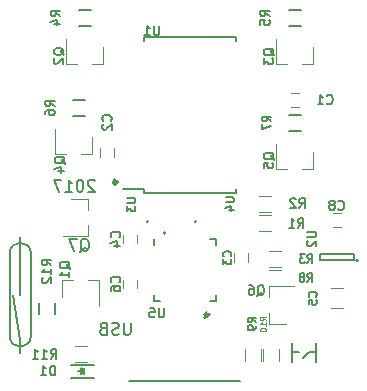
<source format=gbo>
G04 #@! TF.FileFunction,Legend,Bot*
%FSLAX46Y46*%
G04 Gerber Fmt 4.6, Leading zero omitted, Abs format (unit mm)*
G04 Created by KiCad (PCBNEW 4.0.2+dfsg1-stable) date Sun 13 Aug 2017 19:16:48 AEST*
%MOMM*%
G01*
G04 APERTURE LIST*
%ADD10C,0.100000*%
%ADD11C,0.304800*%
%ADD12C,0.300000*%
%ADD13C,0.152400*%
%ADD14C,0.200000*%
%ADD15C,0.150000*%
%ADD16C,0.120000*%
G04 APERTURE END LIST*
D10*
D11*
X198299902Y-110185200D02*
G75*
G03X198299902Y-110185200I-154502J0D01*
G01*
D12*
X206061484Y-121412000D02*
G75*
G03X206061484Y-121412000I-143684J0D01*
G01*
D13*
X202387200Y-114503200D02*
G75*
G03X202387200Y-114503200I-76200J0D01*
G01*
D14*
X196414286Y-110097619D02*
X196366667Y-110050000D01*
X196271429Y-110002381D01*
X196033333Y-110002381D01*
X195938095Y-110050000D01*
X195890476Y-110097619D01*
X195842857Y-110192857D01*
X195842857Y-110288095D01*
X195890476Y-110430952D01*
X196461905Y-111002381D01*
X195842857Y-111002381D01*
X195223810Y-110002381D02*
X195128571Y-110002381D01*
X195033333Y-110050000D01*
X194985714Y-110097619D01*
X194938095Y-110192857D01*
X194890476Y-110383333D01*
X194890476Y-110621429D01*
X194938095Y-110811905D01*
X194985714Y-110907143D01*
X195033333Y-110954762D01*
X195128571Y-111002381D01*
X195223810Y-111002381D01*
X195319048Y-110954762D01*
X195366667Y-110907143D01*
X195414286Y-110811905D01*
X195461905Y-110621429D01*
X195461905Y-110383333D01*
X195414286Y-110192857D01*
X195366667Y-110097619D01*
X195319048Y-110050000D01*
X195223810Y-110002381D01*
X193938095Y-111002381D02*
X194509524Y-111002381D01*
X194223810Y-111002381D02*
X194223810Y-110002381D01*
X194319048Y-110145238D01*
X194414286Y-110240476D01*
X194509524Y-110288095D01*
X193604762Y-110002381D02*
X192938095Y-110002381D01*
X193366667Y-111002381D01*
D15*
X199458105Y-122108981D02*
X199458105Y-122918505D01*
X199410486Y-123013743D01*
X199362867Y-123061362D01*
X199267629Y-123108981D01*
X199077152Y-123108981D01*
X198981914Y-123061362D01*
X198934295Y-123013743D01*
X198886676Y-122918505D01*
X198886676Y-122108981D01*
X198458105Y-123061362D02*
X198315248Y-123108981D01*
X198077152Y-123108981D01*
X197981914Y-123061362D01*
X197934295Y-123013743D01*
X197886676Y-122918505D01*
X197886676Y-122823267D01*
X197934295Y-122728029D01*
X197981914Y-122680410D01*
X198077152Y-122632790D01*
X198267629Y-122585171D01*
X198362867Y-122537552D01*
X198410486Y-122489933D01*
X198458105Y-122394695D01*
X198458105Y-122299457D01*
X198410486Y-122204219D01*
X198362867Y-122156600D01*
X198267629Y-122108981D01*
X198029533Y-122108981D01*
X197886676Y-122156600D01*
X197124771Y-122585171D02*
X196981914Y-122632790D01*
X196934295Y-122680410D01*
X196886676Y-122775648D01*
X196886676Y-122918505D01*
X196934295Y-123013743D01*
X196981914Y-123061362D01*
X197077152Y-123108981D01*
X197458105Y-123108981D01*
X197458105Y-122108981D01*
X197124771Y-122108981D01*
X197029533Y-122156600D01*
X196981914Y-122204219D01*
X196934295Y-122299457D01*
X196934295Y-122394695D01*
X196981914Y-122489933D01*
X197029533Y-122537552D01*
X197124771Y-122585171D01*
X197458105Y-122585171D01*
X218716000Y-116836511D02*
G75*
G03X218716000Y-116836511I-100000J0D01*
G01*
X218366000Y-116286511D02*
X218366000Y-116786511D01*
X215466000Y-116286511D02*
X218366000Y-116286511D01*
X215466000Y-116786511D02*
X215466000Y-116286511D01*
X218366000Y-116786511D02*
X215466000Y-116786511D01*
D16*
X193619000Y-118493000D02*
X194549000Y-118493000D01*
X196779000Y-118493000D02*
X195849000Y-118493000D01*
X196779000Y-118493000D02*
X196779000Y-120653000D01*
X193619000Y-118493000D02*
X193619000Y-119953000D01*
D15*
X195080000Y-96941000D02*
X196080000Y-96941000D01*
X196080000Y-95591000D02*
X195080000Y-95591000D01*
X194615000Y-104561000D02*
X195615000Y-104561000D01*
X195615000Y-103211000D02*
X194615000Y-103211000D01*
X212860000Y-105831000D02*
X213860000Y-105831000D01*
X213860000Y-104481000D02*
X212860000Y-104481000D01*
X212860000Y-96941000D02*
X213860000Y-96941000D01*
X213860000Y-95591000D02*
X212860000Y-95591000D01*
D16*
X213710000Y-102651000D02*
X213010000Y-102651000D01*
X213010000Y-103851000D02*
X213710000Y-103851000D01*
X198085000Y-108046000D02*
X198085000Y-107346000D01*
X196885000Y-107346000D02*
X196885000Y-108046000D01*
X208188000Y-116236000D02*
X208188000Y-116936000D01*
X209388000Y-116936000D02*
X209388000Y-116236000D01*
X198790000Y-114651000D02*
X198790000Y-115351000D01*
X199990000Y-115351000D02*
X199990000Y-114651000D01*
X216440231Y-119165000D02*
X217440231Y-119165000D01*
X217440231Y-120865000D02*
X216440231Y-120865000D01*
X199990000Y-119156000D02*
X199990000Y-118456000D01*
X198790000Y-118456000D02*
X198790000Y-119156000D01*
X217266000Y-112811000D02*
X216566000Y-112811000D01*
X216566000Y-114011000D02*
X217266000Y-114011000D01*
X211320000Y-112985000D02*
X210320000Y-112985000D01*
X210320000Y-114345000D02*
X211320000Y-114345000D01*
X211320000Y-111334000D02*
X210320000Y-111334000D01*
X210320000Y-112694000D02*
X211320000Y-112694000D01*
X211200000Y-117380000D02*
X212200000Y-117380000D01*
X212200000Y-116020000D02*
X211200000Y-116020000D01*
X212200000Y-117620000D02*
X211200000Y-117620000D01*
X211200000Y-118980000D02*
X212200000Y-118980000D01*
X210484000Y-125341000D02*
X210484000Y-124341000D01*
X209124000Y-124341000D02*
X209124000Y-125341000D01*
X212008000Y-125341000D02*
X212008000Y-124341000D01*
X210648000Y-124341000D02*
X210648000Y-125341000D01*
X194790000Y-125450000D02*
X195790000Y-125450000D01*
X195790000Y-124090000D02*
X194790000Y-124090000D01*
X197160000Y-100201000D02*
X196230000Y-100201000D01*
X194000000Y-100201000D02*
X194930000Y-100201000D01*
X194000000Y-100201000D02*
X194000000Y-98041000D01*
X197160000Y-100201000D02*
X197160000Y-98741000D01*
X196210000Y-107851000D02*
X195280000Y-107851000D01*
X193050000Y-107851000D02*
X193980000Y-107851000D01*
X193050000Y-107851000D02*
X193050000Y-105691000D01*
X196210000Y-107851000D02*
X196210000Y-106391000D01*
X214940000Y-100201000D02*
X214010000Y-100201000D01*
X211780000Y-100201000D02*
X212710000Y-100201000D01*
X211780000Y-100201000D02*
X211780000Y-98041000D01*
X214940000Y-100201000D02*
X214940000Y-98741000D01*
X214940000Y-109121000D02*
X214010000Y-109121000D01*
X211780000Y-109121000D02*
X212710000Y-109121000D01*
X211780000Y-109121000D02*
X211780000Y-106961000D01*
X214940000Y-109121000D02*
X214940000Y-107661000D01*
X211140000Y-122180000D02*
X211140000Y-121250000D01*
X211140000Y-119020000D02*
X211140000Y-119950000D01*
X211140000Y-119020000D02*
X213300000Y-119020000D01*
X211140000Y-122180000D02*
X212600000Y-122180000D01*
D14*
X213722000Y-124587000D02*
X213122000Y-124587000D01*
X214522000Y-124587000D02*
X214022000Y-125087000D01*
X215122000Y-124587000D02*
X214522000Y-124587000D01*
X213122000Y-123787000D02*
X213122000Y-125387000D01*
X215122000Y-123787000D02*
X215122000Y-125387000D01*
D15*
X190119000Y-124130000D02*
X190119000Y-124630000D01*
X190119000Y-115330000D02*
X190119000Y-114830000D01*
X190119000Y-124130000D02*
X190119000Y-123530000D01*
X190119000Y-123530000D02*
X189519000Y-119730000D01*
X190119000Y-115430000D02*
X190119000Y-119730000D01*
X191019000Y-116230000D02*
X191019000Y-123230000D01*
X189219000Y-123230000D02*
X189219000Y-116230000D01*
X191019000Y-123230000D02*
G75*
G02X189219000Y-123230000I-900000J0D01*
G01*
X189219000Y-116230000D02*
G75*
G02X191019000Y-116230000I900000J0D01*
G01*
X200595000Y-111096000D02*
X200595000Y-110761000D01*
X208345000Y-111096000D02*
X208345000Y-110761000D01*
X208345000Y-97946000D02*
X208345000Y-98281000D01*
X200595000Y-97946000D02*
X200595000Y-98281000D01*
X200595000Y-111096000D02*
X208345000Y-111096000D01*
X200595000Y-97946000D02*
X208345000Y-97946000D01*
X200595000Y-110761000D02*
X198795000Y-110761000D01*
X201437500Y-120253500D02*
X201962500Y-120253500D01*
X206687500Y-115003500D02*
X206162500Y-115003500D01*
X206687500Y-120253500D02*
X206162500Y-120253500D01*
X201437500Y-115003500D02*
X201437500Y-115528500D01*
X206687500Y-115003500D02*
X206687500Y-115528500D01*
X206687500Y-120253500D02*
X206687500Y-119728500D01*
X201437500Y-120253500D02*
X201437500Y-119728500D01*
X200935042Y-113563400D02*
G75*
G03X200935042Y-113563400I-71842J0D01*
G01*
X204999042Y-113563400D02*
G75*
G03X204999042Y-113563400I-71842J0D01*
G01*
X196340000Y-126740000D02*
X194440000Y-126740000D01*
X196340000Y-125640000D02*
X194440000Y-125640000D01*
X195440000Y-126190000D02*
X194990000Y-126190000D01*
X195490000Y-125940000D02*
X195490000Y-126440000D01*
X195490000Y-126190000D02*
X195240000Y-125940000D01*
X195240000Y-125940000D02*
X195240000Y-126440000D01*
X195240000Y-126440000D02*
X195490000Y-126190000D01*
D14*
X205873231Y-121627900D02*
G75*
G03X205873231Y-121627900I-95131J0D01*
G01*
D15*
X208700100Y-127014900D02*
X199300100Y-127014900D01*
D16*
X195860000Y-111620000D02*
X195860000Y-112550000D01*
X195860000Y-114780000D02*
X195860000Y-113850000D01*
X195860000Y-114780000D02*
X193700000Y-114780000D01*
X195860000Y-111620000D02*
X194400000Y-111620000D01*
D15*
X191725000Y-120400000D02*
X191725000Y-121400000D01*
X193075000Y-121400000D02*
X193075000Y-120400000D01*
X214395105Y-114376276D02*
X215042724Y-114376276D01*
X215118914Y-114414371D01*
X215157010Y-114452467D01*
X215195105Y-114528657D01*
X215195105Y-114681038D01*
X215157010Y-114757229D01*
X215118914Y-114795324D01*
X215042724Y-114833419D01*
X214395105Y-114833419D01*
X214471295Y-115176276D02*
X214433200Y-115214371D01*
X214395105Y-115290562D01*
X214395105Y-115481038D01*
X214433200Y-115557228D01*
X214471295Y-115595324D01*
X214547486Y-115633419D01*
X214623676Y-115633419D01*
X214737962Y-115595324D01*
X215195105Y-115138181D01*
X215195105Y-115633419D01*
X194338095Y-117523810D02*
X194300000Y-117447619D01*
X194223810Y-117371429D01*
X194109524Y-117257143D01*
X194071429Y-117180952D01*
X194071429Y-117104762D01*
X194261905Y-117142857D02*
X194223810Y-117066667D01*
X194147619Y-116990476D01*
X193995238Y-116952381D01*
X193728571Y-116952381D01*
X193576190Y-116990476D01*
X193500000Y-117066667D01*
X193461905Y-117142857D01*
X193461905Y-117295238D01*
X193500000Y-117371429D01*
X193576190Y-117447619D01*
X193728571Y-117485714D01*
X193995238Y-117485714D01*
X194147619Y-117447619D01*
X194223810Y-117371429D01*
X194261905Y-117295238D01*
X194261905Y-117142857D01*
X194261905Y-118247619D02*
X194261905Y-117790476D01*
X194261905Y-118019047D02*
X193461905Y-118019047D01*
X193576190Y-117942857D01*
X193652381Y-117866666D01*
X193690476Y-117790476D01*
X193503505Y-96132667D02*
X193122552Y-95866000D01*
X193503505Y-95675524D02*
X192703505Y-95675524D01*
X192703505Y-95980286D01*
X192741600Y-96056477D01*
X192779695Y-96094572D01*
X192855886Y-96132667D01*
X192970171Y-96132667D01*
X193046362Y-96094572D01*
X193084457Y-96056477D01*
X193122552Y-95980286D01*
X193122552Y-95675524D01*
X192970171Y-96818381D02*
X193503505Y-96818381D01*
X192665410Y-96627905D02*
X193236838Y-96437429D01*
X193236838Y-96932667D01*
X193046305Y-103752667D02*
X192665352Y-103486000D01*
X193046305Y-103295524D02*
X192246305Y-103295524D01*
X192246305Y-103600286D01*
X192284400Y-103676477D01*
X192322495Y-103714572D01*
X192398686Y-103752667D01*
X192512971Y-103752667D01*
X192589162Y-103714572D01*
X192627257Y-103676477D01*
X192665352Y-103600286D01*
X192665352Y-103295524D01*
X192246305Y-104438381D02*
X192246305Y-104286000D01*
X192284400Y-104209810D01*
X192322495Y-104171715D01*
X192436781Y-104095524D01*
X192589162Y-104057429D01*
X192893924Y-104057429D01*
X192970114Y-104095524D01*
X193008210Y-104133619D01*
X193046305Y-104209810D01*
X193046305Y-104362191D01*
X193008210Y-104438381D01*
X192970114Y-104476477D01*
X192893924Y-104514572D01*
X192703448Y-104514572D01*
X192627257Y-104476477D01*
X192589162Y-104438381D01*
X192551067Y-104362191D01*
X192551067Y-104209810D01*
X192589162Y-104133619D01*
X192627257Y-104095524D01*
X192703448Y-104057429D01*
X211314467Y-105039334D02*
X210981133Y-104806000D01*
X211314467Y-104639334D02*
X210614467Y-104639334D01*
X210614467Y-104906000D01*
X210647800Y-104972667D01*
X210681133Y-105006000D01*
X210747800Y-105039334D01*
X210847800Y-105039334D01*
X210914467Y-105006000D01*
X210947800Y-104972667D01*
X210981133Y-104906000D01*
X210981133Y-104639334D01*
X210614467Y-105272667D02*
X210614467Y-105739334D01*
X211314467Y-105439334D01*
X211232705Y-96132667D02*
X210851752Y-95866000D01*
X211232705Y-95675524D02*
X210432705Y-95675524D01*
X210432705Y-95980286D01*
X210470800Y-96056477D01*
X210508895Y-96094572D01*
X210585086Y-96132667D01*
X210699371Y-96132667D01*
X210775562Y-96094572D01*
X210813657Y-96056477D01*
X210851752Y-95980286D01*
X210851752Y-95675524D01*
X210432705Y-96856477D02*
X210432705Y-96475524D01*
X210813657Y-96437429D01*
X210775562Y-96475524D01*
X210737467Y-96551715D01*
X210737467Y-96742191D01*
X210775562Y-96818381D01*
X210813657Y-96856477D01*
X210889848Y-96894572D01*
X211080324Y-96894572D01*
X211156514Y-96856477D01*
X211194610Y-96818381D01*
X211232705Y-96742191D01*
X211232705Y-96551715D01*
X211194610Y-96475524D01*
X211156514Y-96437429D01*
X216058733Y-103536714D02*
X216096828Y-103574810D01*
X216211114Y-103612905D01*
X216287304Y-103612905D01*
X216401590Y-103574810D01*
X216477781Y-103498619D01*
X216515876Y-103422429D01*
X216553971Y-103270048D01*
X216553971Y-103155762D01*
X216515876Y-103003381D01*
X216477781Y-102927190D01*
X216401590Y-102851000D01*
X216287304Y-102812905D01*
X216211114Y-102812905D01*
X216096828Y-102851000D01*
X216058733Y-102889095D01*
X215296828Y-103612905D02*
X215753971Y-103612905D01*
X215525400Y-103612905D02*
X215525400Y-102812905D01*
X215601590Y-102927190D01*
X215677781Y-103003381D01*
X215753971Y-103041476D01*
X197770714Y-104997267D02*
X197808810Y-104959172D01*
X197846905Y-104844886D01*
X197846905Y-104768696D01*
X197808810Y-104654410D01*
X197732619Y-104578219D01*
X197656429Y-104540124D01*
X197504048Y-104502029D01*
X197389762Y-104502029D01*
X197237381Y-104540124D01*
X197161190Y-104578219D01*
X197085000Y-104654410D01*
X197046905Y-104768696D01*
X197046905Y-104844886D01*
X197085000Y-104959172D01*
X197123095Y-104997267D01*
X197123095Y-105302029D02*
X197085000Y-105340124D01*
X197046905Y-105416315D01*
X197046905Y-105606791D01*
X197085000Y-105682981D01*
X197123095Y-105721077D01*
X197199286Y-105759172D01*
X197275476Y-105759172D01*
X197389762Y-105721077D01*
X197846905Y-105263934D01*
X197846905Y-105759172D01*
X207920400Y-116469334D02*
X207953733Y-116436000D01*
X207987067Y-116336000D01*
X207987067Y-116269334D01*
X207953733Y-116169334D01*
X207887067Y-116102667D01*
X207820400Y-116069334D01*
X207687067Y-116036000D01*
X207587067Y-116036000D01*
X207453733Y-116069334D01*
X207387067Y-116102667D01*
X207320400Y-116169334D01*
X207287067Y-116269334D01*
X207287067Y-116336000D01*
X207320400Y-116436000D01*
X207353733Y-116469334D01*
X207287067Y-116702667D02*
X207287067Y-117136000D01*
X207553733Y-116902667D01*
X207553733Y-117002667D01*
X207587067Y-117069334D01*
X207620400Y-117102667D01*
X207687067Y-117136000D01*
X207853733Y-117136000D01*
X207920400Y-117102667D01*
X207953733Y-117069334D01*
X207987067Y-117002667D01*
X207987067Y-116802667D01*
X207953733Y-116736000D01*
X207920400Y-116702667D01*
X198481914Y-114877867D02*
X198520010Y-114839772D01*
X198558105Y-114725486D01*
X198558105Y-114649296D01*
X198520010Y-114535010D01*
X198443819Y-114458819D01*
X198367629Y-114420724D01*
X198215248Y-114382629D01*
X198100962Y-114382629D01*
X197948581Y-114420724D01*
X197872390Y-114458819D01*
X197796200Y-114535010D01*
X197758105Y-114649296D01*
X197758105Y-114725486D01*
X197796200Y-114839772D01*
X197834295Y-114877867D01*
X198024771Y-115563581D02*
X198558105Y-115563581D01*
X197720010Y-115373105D02*
X198291438Y-115182629D01*
X198291438Y-115677867D01*
X215159400Y-119898334D02*
X215192733Y-119865000D01*
X215226067Y-119765000D01*
X215226067Y-119698334D01*
X215192733Y-119598334D01*
X215126067Y-119531667D01*
X215059400Y-119498334D01*
X214926067Y-119465000D01*
X214826067Y-119465000D01*
X214692733Y-119498334D01*
X214626067Y-119531667D01*
X214559400Y-119598334D01*
X214526067Y-119698334D01*
X214526067Y-119765000D01*
X214559400Y-119865000D01*
X214592733Y-119898334D01*
X214526067Y-120531667D02*
X214526067Y-120198334D01*
X214859400Y-120165000D01*
X214826067Y-120198334D01*
X214792733Y-120265000D01*
X214792733Y-120431667D01*
X214826067Y-120498334D01*
X214859400Y-120531667D01*
X214926067Y-120565000D01*
X215092733Y-120565000D01*
X215159400Y-120531667D01*
X215192733Y-120498334D01*
X215226067Y-120431667D01*
X215226067Y-120265000D01*
X215192733Y-120198334D01*
X215159400Y-120165000D01*
X198481914Y-118687867D02*
X198520010Y-118649772D01*
X198558105Y-118535486D01*
X198558105Y-118459296D01*
X198520010Y-118345010D01*
X198443819Y-118268819D01*
X198367629Y-118230724D01*
X198215248Y-118192629D01*
X198100962Y-118192629D01*
X197948581Y-118230724D01*
X197872390Y-118268819D01*
X197796200Y-118345010D01*
X197758105Y-118459296D01*
X197758105Y-118535486D01*
X197796200Y-118649772D01*
X197834295Y-118687867D01*
X197758105Y-119373581D02*
X197758105Y-119221200D01*
X197796200Y-119145010D01*
X197834295Y-119106915D01*
X197948581Y-119030724D01*
X198100962Y-118992629D01*
X198405724Y-118992629D01*
X198481914Y-119030724D01*
X198520010Y-119068819D01*
X198558105Y-119145010D01*
X198558105Y-119297391D01*
X198520010Y-119373581D01*
X198481914Y-119411677D01*
X198405724Y-119449772D01*
X198215248Y-119449772D01*
X198139057Y-119411677D01*
X198100962Y-119373581D01*
X198062867Y-119297391D01*
X198062867Y-119145010D01*
X198100962Y-119068819D01*
X198139057Y-119030724D01*
X198215248Y-118992629D01*
X217049333Y-112477514D02*
X217087428Y-112515610D01*
X217201714Y-112553705D01*
X217277904Y-112553705D01*
X217392190Y-112515610D01*
X217468381Y-112439419D01*
X217506476Y-112363229D01*
X217544571Y-112210848D01*
X217544571Y-112096562D01*
X217506476Y-111944181D01*
X217468381Y-111867990D01*
X217392190Y-111791800D01*
X217277904Y-111753705D01*
X217201714Y-111753705D01*
X217087428Y-111791800D01*
X217049333Y-111829895D01*
X216592190Y-112096562D02*
X216668381Y-112058467D01*
X216706476Y-112020371D01*
X216744571Y-111944181D01*
X216744571Y-111906086D01*
X216706476Y-111829895D01*
X216668381Y-111791800D01*
X216592190Y-111753705D01*
X216439809Y-111753705D01*
X216363619Y-111791800D01*
X216325523Y-111829895D01*
X216287428Y-111906086D01*
X216287428Y-111944181D01*
X216325523Y-112020371D01*
X216363619Y-112058467D01*
X216439809Y-112096562D01*
X216592190Y-112096562D01*
X216668381Y-112134657D01*
X216706476Y-112172752D01*
X216744571Y-112248943D01*
X216744571Y-112401324D01*
X216706476Y-112477514D01*
X216668381Y-112515610D01*
X216592190Y-112553705D01*
X216439809Y-112553705D01*
X216363619Y-112515610D01*
X216325523Y-112477514D01*
X216287428Y-112401324D01*
X216287428Y-112248943D01*
X216325523Y-112172752D01*
X216363619Y-112134657D01*
X216439809Y-112096562D01*
X213620333Y-114039605D02*
X213887000Y-113658652D01*
X214077476Y-114039605D02*
X214077476Y-113239605D01*
X213772714Y-113239605D01*
X213696523Y-113277700D01*
X213658428Y-113315795D01*
X213620333Y-113391986D01*
X213620333Y-113506271D01*
X213658428Y-113582462D01*
X213696523Y-113620557D01*
X213772714Y-113658652D01*
X214077476Y-113658652D01*
X212858428Y-114039605D02*
X213315571Y-114039605D01*
X213087000Y-114039605D02*
X213087000Y-113239605D01*
X213163190Y-113353890D01*
X213239381Y-113430081D01*
X213315571Y-113468176D01*
X213747333Y-112375905D02*
X214014000Y-111994952D01*
X214204476Y-112375905D02*
X214204476Y-111575905D01*
X213899714Y-111575905D01*
X213823523Y-111614000D01*
X213785428Y-111652095D01*
X213747333Y-111728286D01*
X213747333Y-111842571D01*
X213785428Y-111918762D01*
X213823523Y-111956857D01*
X213899714Y-111994952D01*
X214204476Y-111994952D01*
X213442571Y-111652095D02*
X213404476Y-111614000D01*
X213328285Y-111575905D01*
X213137809Y-111575905D01*
X213061619Y-111614000D01*
X213023523Y-111652095D01*
X212985428Y-111728286D01*
X212985428Y-111804476D01*
X213023523Y-111918762D01*
X213480666Y-112375905D01*
X212985428Y-112375905D01*
X214432866Y-117016667D02*
X214666200Y-116683333D01*
X214832866Y-117016667D02*
X214832866Y-116316667D01*
X214566200Y-116316667D01*
X214499533Y-116350000D01*
X214466200Y-116383333D01*
X214432866Y-116450000D01*
X214432866Y-116550000D01*
X214466200Y-116616667D01*
X214499533Y-116650000D01*
X214566200Y-116683333D01*
X214832866Y-116683333D01*
X214199533Y-116316667D02*
X213766200Y-116316667D01*
X213999533Y-116583333D01*
X213899533Y-116583333D01*
X213832866Y-116616667D01*
X213799533Y-116650000D01*
X213766200Y-116716667D01*
X213766200Y-116883333D01*
X213799533Y-116950000D01*
X213832866Y-116983333D01*
X213899533Y-117016667D01*
X214099533Y-117016667D01*
X214166200Y-116983333D01*
X214199533Y-116950000D01*
X214432866Y-118616667D02*
X214666200Y-118283333D01*
X214832866Y-118616667D02*
X214832866Y-117916667D01*
X214566200Y-117916667D01*
X214499533Y-117950000D01*
X214466200Y-117983333D01*
X214432866Y-118050000D01*
X214432866Y-118150000D01*
X214466200Y-118216667D01*
X214499533Y-118250000D01*
X214566200Y-118283333D01*
X214832866Y-118283333D01*
X214032866Y-118216667D02*
X214099533Y-118183333D01*
X214132866Y-118150000D01*
X214166200Y-118083333D01*
X214166200Y-118050000D01*
X214132866Y-117983333D01*
X214099533Y-117950000D01*
X214032866Y-117916667D01*
X213899533Y-117916667D01*
X213832866Y-117950000D01*
X213799533Y-117983333D01*
X213766200Y-118050000D01*
X213766200Y-118083333D01*
X213799533Y-118150000D01*
X213832866Y-118183333D01*
X213899533Y-118216667D01*
X214032866Y-118216667D01*
X214099533Y-118250000D01*
X214132866Y-118283333D01*
X214166200Y-118350000D01*
X214166200Y-118483333D01*
X214132866Y-118550000D01*
X214099533Y-118583333D01*
X214032866Y-118616667D01*
X213899533Y-118616667D01*
X213832866Y-118583333D01*
X213799533Y-118550000D01*
X213766200Y-118483333D01*
X213766200Y-118350000D01*
X213799533Y-118283333D01*
X213832866Y-118250000D01*
X213899533Y-118216667D01*
X210066667Y-122057334D02*
X209733333Y-121824000D01*
X210066667Y-121657334D02*
X209366667Y-121657334D01*
X209366667Y-121924000D01*
X209400000Y-121990667D01*
X209433333Y-122024000D01*
X209500000Y-122057334D01*
X209600000Y-122057334D01*
X209666667Y-122024000D01*
X209700000Y-121990667D01*
X209733333Y-121924000D01*
X209733333Y-121657334D01*
X210066667Y-122390667D02*
X210066667Y-122524000D01*
X210033333Y-122590667D01*
X210000000Y-122624000D01*
X209900000Y-122690667D01*
X209766667Y-122724000D01*
X209500000Y-122724000D01*
X209433333Y-122690667D01*
X209400000Y-122657334D01*
X209366667Y-122590667D01*
X209366667Y-122457334D01*
X209400000Y-122390667D01*
X209433333Y-122357334D01*
X209500000Y-122324000D01*
X209666667Y-122324000D01*
X209733333Y-122357334D01*
X209766667Y-122390667D01*
X209800000Y-122457334D01*
X209800000Y-122590667D01*
X209766667Y-122657334D01*
X209733333Y-122690667D01*
X209666667Y-122724000D01*
D10*
X210926190Y-121877972D02*
X210688095Y-121711305D01*
X210926190Y-121592258D02*
X210426190Y-121592258D01*
X210426190Y-121782734D01*
X210450000Y-121830353D01*
X210473810Y-121854162D01*
X210521429Y-121877972D01*
X210592857Y-121877972D01*
X210640476Y-121854162D01*
X210664286Y-121830353D01*
X210688095Y-121782734D01*
X210688095Y-121592258D01*
X210926190Y-122354162D02*
X210926190Y-122068448D01*
X210926190Y-122211305D02*
X210426190Y-122211305D01*
X210497619Y-122163686D01*
X210545238Y-122116067D01*
X210569048Y-122068448D01*
X210426190Y-122663686D02*
X210426190Y-122711305D01*
X210450000Y-122758924D01*
X210473810Y-122782733D01*
X210521429Y-122806543D01*
X210616667Y-122830352D01*
X210735714Y-122830352D01*
X210830952Y-122806543D01*
X210878571Y-122782733D01*
X210902381Y-122758924D01*
X210926190Y-122711305D01*
X210926190Y-122663686D01*
X210902381Y-122616067D01*
X210878571Y-122592257D01*
X210830952Y-122568448D01*
X210735714Y-122544638D01*
X210616667Y-122544638D01*
X210521429Y-122568448D01*
X210473810Y-122592257D01*
X210450000Y-122616067D01*
X210426190Y-122663686D01*
D15*
X192694286Y-125141905D02*
X192960953Y-124760952D01*
X193151429Y-125141905D02*
X193151429Y-124341905D01*
X192846667Y-124341905D01*
X192770476Y-124380000D01*
X192732381Y-124418095D01*
X192694286Y-124494286D01*
X192694286Y-124608571D01*
X192732381Y-124684762D01*
X192770476Y-124722857D01*
X192846667Y-124760952D01*
X193151429Y-124760952D01*
X191932381Y-125141905D02*
X192389524Y-125141905D01*
X192160953Y-125141905D02*
X192160953Y-124341905D01*
X192237143Y-124456190D01*
X192313334Y-124532381D01*
X192389524Y-124570476D01*
X191170476Y-125141905D02*
X191627619Y-125141905D01*
X191399048Y-125141905D02*
X191399048Y-124341905D01*
X191475238Y-124456190D01*
X191551429Y-124532381D01*
X191627619Y-124570476D01*
X193808295Y-99441010D02*
X193770200Y-99364819D01*
X193694010Y-99288629D01*
X193579724Y-99174343D01*
X193541629Y-99098152D01*
X193541629Y-99021962D01*
X193732105Y-99060057D02*
X193694010Y-98983867D01*
X193617819Y-98907676D01*
X193465438Y-98869581D01*
X193198771Y-98869581D01*
X193046390Y-98907676D01*
X192970200Y-98983867D01*
X192932105Y-99060057D01*
X192932105Y-99212438D01*
X192970200Y-99288629D01*
X193046390Y-99364819D01*
X193198771Y-99402914D01*
X193465438Y-99402914D01*
X193617819Y-99364819D01*
X193694010Y-99288629D01*
X193732105Y-99212438D01*
X193732105Y-99060057D01*
X193008295Y-99707676D02*
X192970200Y-99745771D01*
X192932105Y-99821962D01*
X192932105Y-100012438D01*
X192970200Y-100088628D01*
X193008295Y-100126724D01*
X193084486Y-100164819D01*
X193160676Y-100164819D01*
X193274962Y-100126724D01*
X193732105Y-99669581D01*
X193732105Y-100164819D01*
X193909895Y-108635810D02*
X193871800Y-108559619D01*
X193795610Y-108483429D01*
X193681324Y-108369143D01*
X193643229Y-108292952D01*
X193643229Y-108216762D01*
X193833705Y-108254857D02*
X193795610Y-108178667D01*
X193719419Y-108102476D01*
X193567038Y-108064381D01*
X193300371Y-108064381D01*
X193147990Y-108102476D01*
X193071800Y-108178667D01*
X193033705Y-108254857D01*
X193033705Y-108407238D01*
X193071800Y-108483429D01*
X193147990Y-108559619D01*
X193300371Y-108597714D01*
X193567038Y-108597714D01*
X193719419Y-108559619D01*
X193795610Y-108483429D01*
X193833705Y-108407238D01*
X193833705Y-108254857D01*
X193300371Y-109283428D02*
X193833705Y-109283428D01*
X192995610Y-109092952D02*
X193567038Y-108902476D01*
X193567038Y-109397714D01*
X211613695Y-99466410D02*
X211575600Y-99390219D01*
X211499410Y-99314029D01*
X211385124Y-99199743D01*
X211347029Y-99123552D01*
X211347029Y-99047362D01*
X211537505Y-99085457D02*
X211499410Y-99009267D01*
X211423219Y-98933076D01*
X211270838Y-98894981D01*
X211004171Y-98894981D01*
X210851790Y-98933076D01*
X210775600Y-99009267D01*
X210737505Y-99085457D01*
X210737505Y-99237838D01*
X210775600Y-99314029D01*
X210851790Y-99390219D01*
X211004171Y-99428314D01*
X211270838Y-99428314D01*
X211423219Y-99390219D01*
X211499410Y-99314029D01*
X211537505Y-99237838D01*
X211537505Y-99085457D01*
X210737505Y-99694981D02*
X210737505Y-100190219D01*
X211042267Y-99923552D01*
X211042267Y-100037838D01*
X211080362Y-100114028D01*
X211118457Y-100152124D01*
X211194648Y-100190219D01*
X211385124Y-100190219D01*
X211461314Y-100152124D01*
X211499410Y-100114028D01*
X211537505Y-100037838D01*
X211537505Y-99809266D01*
X211499410Y-99733076D01*
X211461314Y-99694981D01*
X211613695Y-108280210D02*
X211575600Y-108204019D01*
X211499410Y-108127829D01*
X211385124Y-108013543D01*
X211347029Y-107937352D01*
X211347029Y-107861162D01*
X211537505Y-107899257D02*
X211499410Y-107823067D01*
X211423219Y-107746876D01*
X211270838Y-107708781D01*
X211004171Y-107708781D01*
X210851790Y-107746876D01*
X210775600Y-107823067D01*
X210737505Y-107899257D01*
X210737505Y-108051638D01*
X210775600Y-108127829D01*
X210851790Y-108204019D01*
X211004171Y-108242114D01*
X211270838Y-108242114D01*
X211423219Y-108204019D01*
X211499410Y-108127829D01*
X211537505Y-108051638D01*
X211537505Y-107899257D01*
X210737505Y-108965924D02*
X210737505Y-108584971D01*
X211118457Y-108546876D01*
X211080362Y-108584971D01*
X211042267Y-108661162D01*
X211042267Y-108851638D01*
X211080362Y-108927828D01*
X211118457Y-108965924D01*
X211194648Y-109004019D01*
X211385124Y-109004019D01*
X211461314Y-108965924D01*
X211499410Y-108927828D01*
X211537505Y-108851638D01*
X211537505Y-108661162D01*
X211499410Y-108584971D01*
X211461314Y-108546876D01*
X210172790Y-119818895D02*
X210248981Y-119780800D01*
X210325171Y-119704610D01*
X210439457Y-119590324D01*
X210515648Y-119552229D01*
X210591838Y-119552229D01*
X210553743Y-119742705D02*
X210629933Y-119704610D01*
X210706124Y-119628419D01*
X210744219Y-119476038D01*
X210744219Y-119209371D01*
X210706124Y-119056990D01*
X210629933Y-118980800D01*
X210553743Y-118942705D01*
X210401362Y-118942705D01*
X210325171Y-118980800D01*
X210248981Y-119056990D01*
X210210886Y-119209371D01*
X210210886Y-119476038D01*
X210248981Y-119628419D01*
X210325171Y-119704610D01*
X210401362Y-119742705D01*
X210553743Y-119742705D01*
X209525172Y-118942705D02*
X209677553Y-118942705D01*
X209753743Y-118980800D01*
X209791838Y-119018895D01*
X209868029Y-119133181D01*
X209906124Y-119285562D01*
X209906124Y-119590324D01*
X209868029Y-119666514D01*
X209829934Y-119704610D01*
X209753743Y-119742705D01*
X209601362Y-119742705D01*
X209525172Y-119704610D01*
X209487076Y-119666514D01*
X209448981Y-119590324D01*
X209448981Y-119399848D01*
X209487076Y-119323657D01*
X209525172Y-119285562D01*
X209601362Y-119247467D01*
X209753743Y-119247467D01*
X209829934Y-119285562D01*
X209868029Y-119323657D01*
X209906124Y-119399848D01*
X201879124Y-96945505D02*
X201879124Y-97593124D01*
X201841029Y-97669314D01*
X201802933Y-97707410D01*
X201726743Y-97745505D01*
X201574362Y-97745505D01*
X201498171Y-97707410D01*
X201460076Y-97669314D01*
X201421981Y-97593124D01*
X201421981Y-96945505D01*
X200621981Y-97745505D02*
X201079124Y-97745505D01*
X200850553Y-97745505D02*
X200850553Y-96945505D01*
X200926743Y-97059790D01*
X201002934Y-97135981D01*
X201079124Y-97174076D01*
X202285524Y-120846905D02*
X202285524Y-121494524D01*
X202247429Y-121570714D01*
X202209333Y-121608810D01*
X202133143Y-121646905D01*
X201980762Y-121646905D01*
X201904571Y-121608810D01*
X201866476Y-121570714D01*
X201828381Y-121494524D01*
X201828381Y-120846905D01*
X201066476Y-120846905D02*
X201447429Y-120846905D01*
X201485524Y-121227857D01*
X201447429Y-121189762D01*
X201371238Y-121151667D01*
X201180762Y-121151667D01*
X201104572Y-121189762D01*
X201066476Y-121227857D01*
X201028381Y-121304048D01*
X201028381Y-121494524D01*
X201066476Y-121570714D01*
X201104572Y-121608810D01*
X201180762Y-121646905D01*
X201371238Y-121646905D01*
X201447429Y-121608810D01*
X201485524Y-121570714D01*
X199171767Y-111531467D02*
X199738433Y-111531467D01*
X199805100Y-111564800D01*
X199838433Y-111598133D01*
X199871767Y-111664800D01*
X199871767Y-111798133D01*
X199838433Y-111864800D01*
X199805100Y-111898133D01*
X199738433Y-111931467D01*
X199171767Y-111931467D01*
X199171767Y-112198133D02*
X199171767Y-112631466D01*
X199438433Y-112398133D01*
X199438433Y-112498133D01*
X199471767Y-112564800D01*
X199505100Y-112598133D01*
X199571767Y-112631466D01*
X199738433Y-112631466D01*
X199805100Y-112598133D01*
X199838433Y-112564800D01*
X199871767Y-112498133D01*
X199871767Y-112298133D01*
X199838433Y-112231466D01*
X199805100Y-112198133D01*
X207515667Y-111480667D02*
X208082333Y-111480667D01*
X208149000Y-111514000D01*
X208182333Y-111547333D01*
X208215667Y-111614000D01*
X208215667Y-111747333D01*
X208182333Y-111814000D01*
X208149000Y-111847333D01*
X208082333Y-111880667D01*
X207515667Y-111880667D01*
X207749000Y-112514000D02*
X208215667Y-112514000D01*
X207482333Y-112347333D02*
X207982333Y-112180666D01*
X207982333Y-112614000D01*
X193060476Y-126531905D02*
X193060476Y-125731905D01*
X192870000Y-125731905D01*
X192755714Y-125770000D01*
X192679523Y-125846190D01*
X192641428Y-125922381D01*
X192603333Y-126074762D01*
X192603333Y-126189048D01*
X192641428Y-126341429D01*
X192679523Y-126417619D01*
X192755714Y-126493810D01*
X192870000Y-126531905D01*
X193060476Y-126531905D01*
X191841428Y-126531905D02*
X192298571Y-126531905D01*
X192070000Y-126531905D02*
X192070000Y-125731905D01*
X192146190Y-125846190D01*
X192222381Y-125922381D01*
X192298571Y-125960476D01*
X195195238Y-116097619D02*
X195290476Y-116050000D01*
X195385714Y-115954762D01*
X195528571Y-115811905D01*
X195623810Y-115764286D01*
X195719048Y-115764286D01*
X195671429Y-116002381D02*
X195766667Y-115954762D01*
X195861905Y-115859524D01*
X195909524Y-115669048D01*
X195909524Y-115335714D01*
X195861905Y-115145238D01*
X195766667Y-115050000D01*
X195671429Y-115002381D01*
X195480952Y-115002381D01*
X195385714Y-115050000D01*
X195290476Y-115145238D01*
X195242857Y-115335714D01*
X195242857Y-115669048D01*
X195290476Y-115859524D01*
X195385714Y-115954762D01*
X195480952Y-116002381D01*
X195671429Y-116002381D01*
X194909524Y-115002381D02*
X194242857Y-115002381D01*
X194671429Y-116002381D01*
X192761905Y-117235714D02*
X192380952Y-116969047D01*
X192761905Y-116778571D02*
X191961905Y-116778571D01*
X191961905Y-117083333D01*
X192000000Y-117159524D01*
X192038095Y-117197619D01*
X192114286Y-117235714D01*
X192228571Y-117235714D01*
X192304762Y-117197619D01*
X192342857Y-117159524D01*
X192380952Y-117083333D01*
X192380952Y-116778571D01*
X192761905Y-117997619D02*
X192761905Y-117540476D01*
X192761905Y-117769047D02*
X191961905Y-117769047D01*
X192076190Y-117692857D01*
X192152381Y-117616666D01*
X192190476Y-117540476D01*
X192038095Y-118302381D02*
X192000000Y-118340476D01*
X191961905Y-118416667D01*
X191961905Y-118607143D01*
X192000000Y-118683333D01*
X192038095Y-118721429D01*
X192114286Y-118759524D01*
X192190476Y-118759524D01*
X192304762Y-118721429D01*
X192761905Y-118264286D01*
X192761905Y-118759524D01*
M02*

</source>
